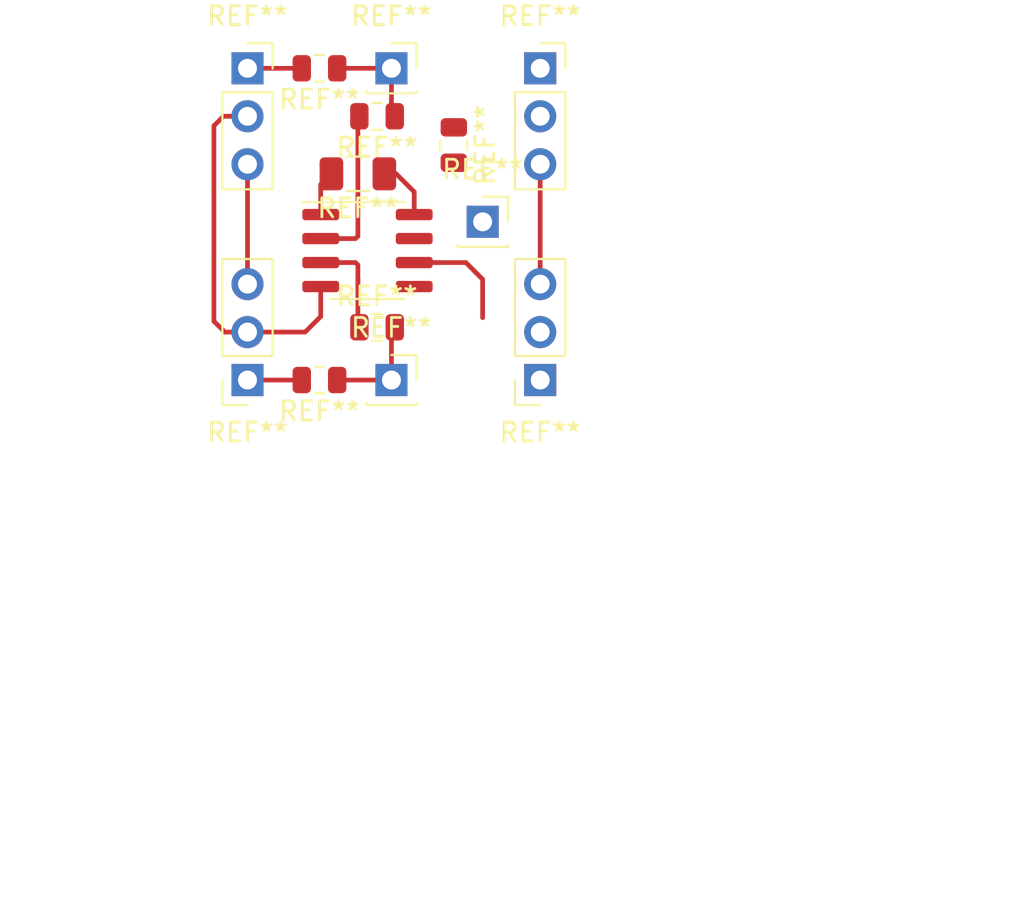
<source format=kicad_pcb>
(kicad_pcb (version 20171130) (host pcbnew 5.1.5+dfsg1-2build2)

  (general
    (thickness 1.6)
    (drawings 0)
    (tracks 43)
    (zones 0)
    (modules 15)
    (nets 1)
  )

  (page A4)
  (layers
    (0 F.Cu signal)
    (31 B.Cu signal)
    (33 F.Adhes user)
    (35 F.Paste user)
    (37 F.SilkS user)
    (38 B.Mask user)
    (39 F.Mask user)
    (40 Dwgs.User user)
    (41 Cmts.User user)
    (42 Eco1.User user)
    (43 Eco2.User user)
    (44 Edge.Cuts user)
    (45 Margin user)
    (46 B.CrtYd user)
    (47 F.CrtYd user)
    (49 F.Fab user)
  )

  (setup
    (last_trace_width 0.25)
    (trace_clearance 0.2)
    (zone_clearance 0.508)
    (zone_45_only no)
    (trace_min 0.2)
    (via_size 0.8)
    (via_drill 0.4)
    (via_min_size 0.4)
    (via_min_drill 0.3)
    (uvia_size 0.3)
    (uvia_drill 0.1)
    (uvias_allowed no)
    (uvia_min_size 0.2)
    (uvia_min_drill 0.1)
    (edge_width 0.1)
    (segment_width 0.2)
    (pcb_text_width 0.3)
    (pcb_text_size 1.5 1.5)
    (mod_edge_width 0.15)
    (mod_text_size 1 1)
    (mod_text_width 0.15)
    (pad_size 1.524 1.524)
    (pad_drill 0.762)
    (pad_to_mask_clearance 0)
    (aux_axis_origin 0 0)
    (visible_elements FFFFEF7F)
    (pcbplotparams
      (layerselection 0x010fc_ffffffff)
      (usegerberextensions false)
      (usegerberattributes false)
      (usegerberadvancedattributes false)
      (creategerberjobfile false)
      (excludeedgelayer true)
      (linewidth 0.100000)
      (plotframeref false)
      (viasonmask false)
      (mode 1)
      (useauxorigin false)
      (hpglpennumber 1)
      (hpglpenspeed 20)
      (hpglpendiameter 15.000000)
      (psnegative false)
      (psa4output false)
      (plotreference true)
      (plotvalue true)
      (plotinvisibletext false)
      (padsonsilk false)
      (subtractmaskfromsilk false)
      (outputformat 5)
      (mirror false)
      (drillshape 0)
      (scaleselection 1)
      (outputdirectory ""))
  )

  (net 0 "")

  (net_class Default "This is the default net class."
    (clearance 0.2)
    (trace_width 0.25)
    (via_dia 0.8)
    (via_drill 0.4)
    (uvia_dia 0.3)
    (uvia_drill 0.1)
  )

  (module Connector_PinSocket_2.54mm:PinSocket_1x01_P2.54mm_Vertical (layer F.Cu) (tedit 5A19A434) (tstamp 608D160E)
    (at 29.972 25.4)
    (descr "Through hole straight socket strip, 1x01, 2.54mm pitch, single row (from Kicad 4.0.7), script generated")
    (tags "Through hole socket strip THT 1x01 2.54mm single row")
    (fp_text reference REF** (at 0 -2.77) (layer F.SilkS)
      (effects (font (size 1 1) (thickness 0.15)))
    )
    (fp_text value PinSocket_1x01_P2.54mm_Vertical (at 0 2.77) (layer F.Fab)
      (effects (font (size 1 1) (thickness 0.15)))
    )
    (fp_text user %R (at 0 0) (layer F.Fab)
      (effects (font (size 1 1) (thickness 0.15)))
    )
    (fp_line (start -1.8 1.75) (end -1.8 -1.8) (layer F.CrtYd) (width 0.05))
    (fp_line (start 1.75 1.75) (end -1.8 1.75) (layer F.CrtYd) (width 0.05))
    (fp_line (start 1.75 -1.8) (end 1.75 1.75) (layer F.CrtYd) (width 0.05))
    (fp_line (start -1.8 -1.8) (end 1.75 -1.8) (layer F.CrtYd) (width 0.05))
    (fp_line (start 0 -1.33) (end 1.33 -1.33) (layer F.SilkS) (width 0.12))
    (fp_line (start 1.33 -1.33) (end 1.33 0) (layer F.SilkS) (width 0.12))
    (fp_line (start 1.33 1.21) (end 1.33 1.33) (layer F.SilkS) (width 0.12))
    (fp_line (start -1.33 1.21) (end -1.33 1.33) (layer F.SilkS) (width 0.12))
    (fp_line (start -1.33 1.33) (end 1.33 1.33) (layer F.SilkS) (width 0.12))
    (fp_line (start -1.27 1.27) (end -1.27 -1.27) (layer F.Fab) (width 0.1))
    (fp_line (start 1.27 1.27) (end -1.27 1.27) (layer F.Fab) (width 0.1))
    (fp_line (start 1.27 -0.635) (end 1.27 1.27) (layer F.Fab) (width 0.1))
    (fp_line (start 0.635 -1.27) (end 1.27 -0.635) (layer F.Fab) (width 0.1))
    (fp_line (start -1.27 -1.27) (end 0.635 -1.27) (layer F.Fab) (width 0.1))
    (pad 1 thru_hole rect (at 0 0) (size 1.7 1.7) (drill 1) (layers *.Cu *.Mask))
    (model ${KISYS3DMOD}/Connector_PinSocket_2.54mm.3dshapes/PinSocket_1x01_P2.54mm_Vertical.wrl
      (at (xyz 0 0 0))
      (scale (xyz 1 1 1))
      (rotate (xyz 0 0 0))
    )
  )

  (module Capacitor_SMD:C_0805_2012Metric (layer F.Cu) (tedit 5B36C52B) (tstamp 608D135D)
    (at 28.448 21.336 270)
    (descr "Capacitor SMD 0805 (2012 Metric), square (rectangular) end terminal, IPC_7351 nominal, (Body size source: https://docs.google.com/spreadsheets/d/1BsfQQcO9C6DZCsRaXUlFlo91Tg2WpOkGARC1WS5S8t0/edit?usp=sharing), generated with kicad-footprint-generator")
    (tags capacitor)
    (attr smd)
    (fp_text reference REF** (at 0 -1.65 90) (layer F.SilkS)
      (effects (font (size 1 1) (thickness 0.15)))
    )
    (fp_text value C_0805_2012Metric (at 0 1.65 90) (layer F.Fab)
      (effects (font (size 1 1) (thickness 0.15)))
    )
    (fp_text user %R (at 0 0 90) (layer F.Fab)
      (effects (font (size 0.5 0.5) (thickness 0.08)))
    )
    (fp_line (start 1.68 0.95) (end -1.68 0.95) (layer F.CrtYd) (width 0.05))
    (fp_line (start 1.68 -0.95) (end 1.68 0.95) (layer F.CrtYd) (width 0.05))
    (fp_line (start -1.68 -0.95) (end 1.68 -0.95) (layer F.CrtYd) (width 0.05))
    (fp_line (start -1.68 0.95) (end -1.68 -0.95) (layer F.CrtYd) (width 0.05))
    (fp_line (start -0.258578 0.71) (end 0.258578 0.71) (layer F.SilkS) (width 0.12))
    (fp_line (start -0.258578 -0.71) (end 0.258578 -0.71) (layer F.SilkS) (width 0.12))
    (fp_line (start 1 0.6) (end -1 0.6) (layer F.Fab) (width 0.1))
    (fp_line (start 1 -0.6) (end 1 0.6) (layer F.Fab) (width 0.1))
    (fp_line (start -1 -0.6) (end 1 -0.6) (layer F.Fab) (width 0.1))
    (fp_line (start -1 0.6) (end -1 -0.6) (layer F.Fab) (width 0.1))
    (pad 2 smd roundrect (at 0.9375 0 270) (size 0.975 1.4) (layers F.Cu F.Paste F.Mask) (roundrect_rratio 0.25))
    (pad 1 smd roundrect (at -0.9375 0 270) (size 0.975 1.4) (layers F.Cu F.Paste F.Mask) (roundrect_rratio 0.25))
    (model ${KISYS3DMOD}/Capacitor_SMD.3dshapes/C_0805_2012Metric.wrl
      (at (xyz 0 0 0))
      (scale (xyz 1 1 1))
      (rotate (xyz 0 0 0))
    )
  )

  (module Capacitor_SMD:C_0805_2012Metric (layer F.Cu) (tedit 5B36C52B) (tstamp 608CE086)
    (at 24.384 19.812 180)
    (descr "Capacitor SMD 0805 (2012 Metric), square (rectangular) end terminal, IPC_7351 nominal, (Body size source: https://docs.google.com/spreadsheets/d/1BsfQQcO9C6DZCsRaXUlFlo91Tg2WpOkGARC1WS5S8t0/edit?usp=sharing), generated with kicad-footprint-generator")
    (tags capacitor)
    (attr smd)
    (fp_text reference REF** (at 0 -1.65) (layer F.SilkS)
      (effects (font (size 1 1) (thickness 0.15)))
    )
    (fp_text value C_0805_2012Metric (at 0 1.65) (layer F.Fab)
      (effects (font (size 1 1) (thickness 0.15)))
    )
    (fp_line (start -1 0.6) (end -1 -0.6) (layer F.Fab) (width 0.1))
    (fp_line (start -1 -0.6) (end 1 -0.6) (layer F.Fab) (width 0.1))
    (fp_line (start 1 -0.6) (end 1 0.6) (layer F.Fab) (width 0.1))
    (fp_line (start 1 0.6) (end -1 0.6) (layer F.Fab) (width 0.1))
    (fp_line (start -0.258578 -0.71) (end 0.258578 -0.71) (layer F.SilkS) (width 0.12))
    (fp_line (start -0.258578 0.71) (end 0.258578 0.71) (layer F.SilkS) (width 0.12))
    (fp_line (start -1.68 0.95) (end -1.68 -0.95) (layer F.CrtYd) (width 0.05))
    (fp_line (start -1.68 -0.95) (end 1.68 -0.95) (layer F.CrtYd) (width 0.05))
    (fp_line (start 1.68 -0.95) (end 1.68 0.95) (layer F.CrtYd) (width 0.05))
    (fp_line (start 1.68 0.95) (end -1.68 0.95) (layer F.CrtYd) (width 0.05))
    (fp_text user %R (at 0 0) (layer F.Fab)
      (effects (font (size 0.5 0.5) (thickness 0.08)))
    )
    (pad 1 smd roundrect (at -0.9375 0 180) (size 0.975 1.4) (layers F.Cu F.Paste F.Mask) (roundrect_rratio 0.25))
    (pad 2 smd roundrect (at 0.9375 0 180) (size 0.975 1.4) (layers F.Cu F.Paste F.Mask) (roundrect_rratio 0.25))
    (model ${KISYS3DMOD}/Capacitor_SMD.3dshapes/C_0805_2012Metric.wrl
      (at (xyz 0 0 0))
      (scale (xyz 1 1 1))
      (rotate (xyz 0 0 0))
    )
  )

  (module Connector_PinSocket_2.54mm:PinSocket_1x01_P2.54mm_Vertical (layer F.Cu) (tedit 5A19A434) (tstamp 608C030C)
    (at 25.146 17.272)
    (descr "Through hole straight socket strip, 1x01, 2.54mm pitch, single row (from Kicad 4.0.7), script generated")
    (tags "Through hole socket strip THT 1x01 2.54mm single row")
    (fp_text reference REF** (at 0 -2.77) (layer F.SilkS)
      (effects (font (size 1 1) (thickness 0.15)))
    )
    (fp_text value PinSocket_1x01_P2.54mm_Vertical (at 0 2.77) (layer F.Fab)
      (effects (font (size 1 1) (thickness 0.15)))
    )
    (fp_text user %R (at 0 0) (layer F.Fab)
      (effects (font (size 1 1) (thickness 0.15)))
    )
    (fp_line (start -1.8 1.75) (end -1.8 -1.8) (layer F.CrtYd) (width 0.05))
    (fp_line (start 1.75 1.75) (end -1.8 1.75) (layer F.CrtYd) (width 0.05))
    (fp_line (start 1.75 -1.8) (end 1.75 1.75) (layer F.CrtYd) (width 0.05))
    (fp_line (start -1.8 -1.8) (end 1.75 -1.8) (layer F.CrtYd) (width 0.05))
    (fp_line (start 0 -1.33) (end 1.33 -1.33) (layer F.SilkS) (width 0.12))
    (fp_line (start 1.33 -1.33) (end 1.33 0) (layer F.SilkS) (width 0.12))
    (fp_line (start 1.33 1.21) (end 1.33 1.33) (layer F.SilkS) (width 0.12))
    (fp_line (start -1.33 1.21) (end -1.33 1.33) (layer F.SilkS) (width 0.12))
    (fp_line (start -1.33 1.33) (end 1.33 1.33) (layer F.SilkS) (width 0.12))
    (fp_line (start -1.27 1.27) (end -1.27 -1.27) (layer F.Fab) (width 0.1))
    (fp_line (start 1.27 1.27) (end -1.27 1.27) (layer F.Fab) (width 0.1))
    (fp_line (start 1.27 -0.635) (end 1.27 1.27) (layer F.Fab) (width 0.1))
    (fp_line (start 0.635 -1.27) (end 1.27 -0.635) (layer F.Fab) (width 0.1))
    (fp_line (start -1.27 -1.27) (end 0.635 -1.27) (layer F.Fab) (width 0.1))
    (pad 1 thru_hole rect (at 0 0) (size 1.7 1.7) (drill 1) (layers *.Cu *.Mask))
    (model ${KISYS3DMOD}/Connector_PinSocket_2.54mm.3dshapes/PinSocket_1x01_P2.54mm_Vertical.wrl
      (at (xyz 0 0 0))
      (scale (xyz 1 1 1))
      (rotate (xyz 0 0 0))
    )
  )

  (module Connector_PinSocket_2.54mm:PinSocket_1x01_P2.54mm_Vertical (layer F.Cu) (tedit 5A19A434) (tstamp 608C0386)
    (at 25.146 33.782)
    (descr "Through hole straight socket strip, 1x01, 2.54mm pitch, single row (from Kicad 4.0.7), script generated")
    (tags "Through hole socket strip THT 1x01 2.54mm single row")
    (fp_text reference REF** (at 0 -2.77) (layer F.SilkS)
      (effects (font (size 1 1) (thickness 0.15)))
    )
    (fp_text value PinSocket_1x01_P2.54mm_Vertical (at 0 2.77) (layer F.Fab)
      (effects (font (size 1 1) (thickness 0.15)))
    )
    (fp_line (start -1.27 -1.27) (end 0.635 -1.27) (layer F.Fab) (width 0.1))
    (fp_line (start 0.635 -1.27) (end 1.27 -0.635) (layer F.Fab) (width 0.1))
    (fp_line (start 1.27 -0.635) (end 1.27 1.27) (layer F.Fab) (width 0.1))
    (fp_line (start 1.27 1.27) (end -1.27 1.27) (layer F.Fab) (width 0.1))
    (fp_line (start -1.27 1.27) (end -1.27 -1.27) (layer F.Fab) (width 0.1))
    (fp_line (start -1.33 1.33) (end 1.33 1.33) (layer F.SilkS) (width 0.12))
    (fp_line (start -1.33 1.21) (end -1.33 1.33) (layer F.SilkS) (width 0.12))
    (fp_line (start 1.33 1.21) (end 1.33 1.33) (layer F.SilkS) (width 0.12))
    (fp_line (start 1.33 -1.33) (end 1.33 0) (layer F.SilkS) (width 0.12))
    (fp_line (start 0 -1.33) (end 1.33 -1.33) (layer F.SilkS) (width 0.12))
    (fp_line (start -1.8 -1.8) (end 1.75 -1.8) (layer F.CrtYd) (width 0.05))
    (fp_line (start 1.75 -1.8) (end 1.75 1.75) (layer F.CrtYd) (width 0.05))
    (fp_line (start 1.75 1.75) (end -1.8 1.75) (layer F.CrtYd) (width 0.05))
    (fp_line (start -1.8 1.75) (end -1.8 -1.8) (layer F.CrtYd) (width 0.05))
    (fp_text user %R (at 0 0) (layer F.Fab)
      (effects (font (size 1 1) (thickness 0.15)))
    )
    (pad 1 thru_hole rect (at 0 0) (size 1.7 1.7) (drill 1) (layers *.Cu *.Mask))
    (model ${KISYS3DMOD}/Connector_PinSocket_2.54mm.3dshapes/PinSocket_1x01_P2.54mm_Vertical.wrl
      (at (xyz 0 0 0))
      (scale (xyz 1 1 1))
      (rotate (xyz 0 0 0))
    )
  )

  (module Connector_PinSocket_2.54mm:PinSocket_1x03_P2.54mm_Vertical (layer F.Cu) (tedit 5A19A429) (tstamp 608CFA18)
    (at 17.526 17.272)
    (descr "Through hole straight socket strip, 1x03, 2.54mm pitch, single row (from Kicad 4.0.7), script generated")
    (tags "Through hole socket strip THT 1x03 2.54mm single row")
    (fp_text reference REF** (at 0 -2.77) (layer F.SilkS)
      (effects (font (size 1 1) (thickness 0.15)))
    )
    (fp_text value PinSocket_1x03_P2.54mm_Vertical (at 0 7.85) (layer F.Fab)
      (effects (font (size 1 1) (thickness 0.15)))
    )
    (fp_line (start -1.27 -1.27) (end 0.635 -1.27) (layer F.Fab) (width 0.1))
    (fp_line (start 0.635 -1.27) (end 1.27 -0.635) (layer F.Fab) (width 0.1))
    (fp_line (start 1.27 -0.635) (end 1.27 6.35) (layer F.Fab) (width 0.1))
    (fp_line (start 1.27 6.35) (end -1.27 6.35) (layer F.Fab) (width 0.1))
    (fp_line (start -1.27 6.35) (end -1.27 -1.27) (layer F.Fab) (width 0.1))
    (fp_line (start -1.33 1.27) (end 1.33 1.27) (layer F.SilkS) (width 0.12))
    (fp_line (start -1.33 1.27) (end -1.33 6.41) (layer F.SilkS) (width 0.12))
    (fp_line (start -1.33 6.41) (end 1.33 6.41) (layer F.SilkS) (width 0.12))
    (fp_line (start 1.33 1.27) (end 1.33 6.41) (layer F.SilkS) (width 0.12))
    (fp_line (start 1.33 -1.33) (end 1.33 0) (layer F.SilkS) (width 0.12))
    (fp_line (start 0 -1.33) (end 1.33 -1.33) (layer F.SilkS) (width 0.12))
    (fp_line (start -1.8 -1.8) (end 1.75 -1.8) (layer F.CrtYd) (width 0.05))
    (fp_line (start 1.75 -1.8) (end 1.75 6.85) (layer F.CrtYd) (width 0.05))
    (fp_line (start 1.75 6.85) (end -1.8 6.85) (layer F.CrtYd) (width 0.05))
    (fp_line (start -1.8 6.85) (end -1.8 -1.8) (layer F.CrtYd) (width 0.05))
    (fp_text user %R (at 0 2.54 90) (layer F.Fab)
      (effects (font (size 1 1) (thickness 0.15)))
    )
    (pad 1 thru_hole rect (at 0 0) (size 1.7 1.7) (drill 1) (layers *.Cu *.Mask))
    (pad 2 thru_hole oval (at 0 2.54) (size 1.7 1.7) (drill 1) (layers *.Cu *.Mask))
    (pad 3 thru_hole oval (at 0 5.08) (size 1.7 1.7) (drill 1) (layers *.Cu *.Mask))
    (model ${KISYS3DMOD}/Connector_PinSocket_2.54mm.3dshapes/PinSocket_1x03_P2.54mm_Vertical.wrl
      (at (xyz 0 0 0))
      (scale (xyz 1 1 1))
      (rotate (xyz 0 0 0))
    )
  )

  (module Connector_PinSocket_2.54mm:PinSocket_1x03_P2.54mm_Vertical (layer F.Cu) (tedit 5A19A429) (tstamp 608CFA18)
    (at 17.526 33.782 180)
    (descr "Through hole straight socket strip, 1x03, 2.54mm pitch, single row (from Kicad 4.0.7), script generated")
    (tags "Through hole socket strip THT 1x03 2.54mm single row")
    (fp_text reference REF** (at 0 -2.77) (layer F.SilkS)
      (effects (font (size 1 1) (thickness 0.15)))
    )
    (fp_text value PinSocket_1x03_P2.54mm_Vertical (at 0 7.85) (layer F.Fab)
      (effects (font (size 1 1) (thickness 0.15)))
    )
    (fp_line (start -1.27 -1.27) (end 0.635 -1.27) (layer F.Fab) (width 0.1))
    (fp_line (start 0.635 -1.27) (end 1.27 -0.635) (layer F.Fab) (width 0.1))
    (fp_line (start 1.27 -0.635) (end 1.27 6.35) (layer F.Fab) (width 0.1))
    (fp_line (start 1.27 6.35) (end -1.27 6.35) (layer F.Fab) (width 0.1))
    (fp_line (start -1.27 6.35) (end -1.27 -1.27) (layer F.Fab) (width 0.1))
    (fp_line (start -1.33 1.27) (end 1.33 1.27) (layer F.SilkS) (width 0.12))
    (fp_line (start -1.33 1.27) (end -1.33 6.41) (layer F.SilkS) (width 0.12))
    (fp_line (start -1.33 6.41) (end 1.33 6.41) (layer F.SilkS) (width 0.12))
    (fp_line (start 1.33 1.27) (end 1.33 6.41) (layer F.SilkS) (width 0.12))
    (fp_line (start 1.33 -1.33) (end 1.33 0) (layer F.SilkS) (width 0.12))
    (fp_line (start 0 -1.33) (end 1.33 -1.33) (layer F.SilkS) (width 0.12))
    (fp_line (start -1.8 -1.8) (end 1.75 -1.8) (layer F.CrtYd) (width 0.05))
    (fp_line (start 1.75 -1.8) (end 1.75 6.85) (layer F.CrtYd) (width 0.05))
    (fp_line (start 1.75 6.85) (end -1.8 6.85) (layer F.CrtYd) (width 0.05))
    (fp_line (start -1.8 6.85) (end -1.8 -1.8) (layer F.CrtYd) (width 0.05))
    (fp_text user %R (at 0 2.54 90) (layer F.Fab)
      (effects (font (size 1 1) (thickness 0.15)))
    )
    (pad 1 thru_hole rect (at 0 0 180) (size 1.7 1.7) (drill 1) (layers *.Cu *.Mask))
    (pad 2 thru_hole oval (at 0 2.54 180) (size 1.7 1.7) (drill 1) (layers *.Cu *.Mask))
    (pad 3 thru_hole oval (at 0 5.08 180) (size 1.7 1.7) (drill 1) (layers *.Cu *.Mask))
    (model ${KISYS3DMOD}/Connector_PinSocket_2.54mm.3dshapes/PinSocket_1x03_P2.54mm_Vertical.wrl
      (at (xyz 0 0 0))
      (scale (xyz 1 1 1))
      (rotate (xyz 0 0 0))
    )
  )

  (module Connector_PinSocket_2.54mm:PinSocket_1x03_P2.54mm_Vertical (layer F.Cu) (tedit 5A19A429) (tstamp 608CFA18)
    (at 33.02 33.782 180)
    (descr "Through hole straight socket strip, 1x03, 2.54mm pitch, single row (from Kicad 4.0.7), script generated")
    (tags "Through hole socket strip THT 1x03 2.54mm single row")
    (fp_text reference REF** (at 0 -2.77) (layer F.SilkS)
      (effects (font (size 1 1) (thickness 0.15)))
    )
    (fp_text value PinSocket_1x03_P2.54mm_Vertical (at 0 7.85) (layer F.Fab)
      (effects (font (size 1 1) (thickness 0.15)))
    )
    (fp_line (start -1.27 -1.27) (end 0.635 -1.27) (layer F.Fab) (width 0.1))
    (fp_line (start 0.635 -1.27) (end 1.27 -0.635) (layer F.Fab) (width 0.1))
    (fp_line (start 1.27 -0.635) (end 1.27 6.35) (layer F.Fab) (width 0.1))
    (fp_line (start 1.27 6.35) (end -1.27 6.35) (layer F.Fab) (width 0.1))
    (fp_line (start -1.27 6.35) (end -1.27 -1.27) (layer F.Fab) (width 0.1))
    (fp_line (start -1.33 1.27) (end 1.33 1.27) (layer F.SilkS) (width 0.12))
    (fp_line (start -1.33 1.27) (end -1.33 6.41) (layer F.SilkS) (width 0.12))
    (fp_line (start -1.33 6.41) (end 1.33 6.41) (layer F.SilkS) (width 0.12))
    (fp_line (start 1.33 1.27) (end 1.33 6.41) (layer F.SilkS) (width 0.12))
    (fp_line (start 1.33 -1.33) (end 1.33 0) (layer F.SilkS) (width 0.12))
    (fp_line (start 0 -1.33) (end 1.33 -1.33) (layer F.SilkS) (width 0.12))
    (fp_line (start -1.8 -1.8) (end 1.75 -1.8) (layer F.CrtYd) (width 0.05))
    (fp_line (start 1.75 -1.8) (end 1.75 6.85) (layer F.CrtYd) (width 0.05))
    (fp_line (start 1.75 6.85) (end -1.8 6.85) (layer F.CrtYd) (width 0.05))
    (fp_line (start -1.8 6.85) (end -1.8 -1.8) (layer F.CrtYd) (width 0.05))
    (fp_text user %R (at 0 2.54 90) (layer F.Fab)
      (effects (font (size 1 1) (thickness 0.15)))
    )
    (pad 1 thru_hole rect (at 0 0 180) (size 1.7 1.7) (drill 1) (layers *.Cu *.Mask))
    (pad 2 thru_hole oval (at 0 2.54 180) (size 1.7 1.7) (drill 1) (layers *.Cu *.Mask))
    (pad 3 thru_hole oval (at 0 5.08 180) (size 1.7 1.7) (drill 1) (layers *.Cu *.Mask))
    (model ${KISYS3DMOD}/Connector_PinSocket_2.54mm.3dshapes/PinSocket_1x03_P2.54mm_Vertical.wrl
      (at (xyz 0 0 0))
      (scale (xyz 1 1 1))
      (rotate (xyz 0 0 0))
    )
  )

  (module Connector_PinSocket_2.54mm:PinSocket_1x03_P2.54mm_Vertical (layer F.Cu) (tedit 5A19A429) (tstamp 608CF8F9)
    (at 33.02 17.272)
    (descr "Through hole straight socket strip, 1x03, 2.54mm pitch, single row (from Kicad 4.0.7), script generated")
    (tags "Through hole socket strip THT 1x03 2.54mm single row")
    (fp_text reference REF** (at 0 -2.77) (layer F.SilkS)
      (effects (font (size 1 1) (thickness 0.15)))
    )
    (fp_text value PinSocket_1x03_P2.54mm_Vertical (at 0 7.85) (layer F.Fab)
      (effects (font (size 1 1) (thickness 0.15)))
    )
    (fp_line (start -1.27 -1.27) (end 0.635 -1.27) (layer F.Fab) (width 0.1))
    (fp_line (start 0.635 -1.27) (end 1.27 -0.635) (layer F.Fab) (width 0.1))
    (fp_line (start 1.27 -0.635) (end 1.27 6.35) (layer F.Fab) (width 0.1))
    (fp_line (start 1.27 6.35) (end -1.27 6.35) (layer F.Fab) (width 0.1))
    (fp_line (start -1.27 6.35) (end -1.27 -1.27) (layer F.Fab) (width 0.1))
    (fp_line (start -1.33 1.27) (end 1.33 1.27) (layer F.SilkS) (width 0.12))
    (fp_line (start -1.33 1.27) (end -1.33 6.41) (layer F.SilkS) (width 0.12))
    (fp_line (start -1.33 6.41) (end 1.33 6.41) (layer F.SilkS) (width 0.12))
    (fp_line (start 1.33 1.27) (end 1.33 6.41) (layer F.SilkS) (width 0.12))
    (fp_line (start 1.33 -1.33) (end 1.33 0) (layer F.SilkS) (width 0.12))
    (fp_line (start 0 -1.33) (end 1.33 -1.33) (layer F.SilkS) (width 0.12))
    (fp_line (start -1.8 -1.8) (end 1.75 -1.8) (layer F.CrtYd) (width 0.05))
    (fp_line (start 1.75 -1.8) (end 1.75 6.85) (layer F.CrtYd) (width 0.05))
    (fp_line (start 1.75 6.85) (end -1.8 6.85) (layer F.CrtYd) (width 0.05))
    (fp_line (start -1.8 6.85) (end -1.8 -1.8) (layer F.CrtYd) (width 0.05))
    (fp_text user %R (at 0 2.54 90) (layer F.Fab)
      (effects (font (size 1 1) (thickness 0.15)))
    )
    (pad 1 thru_hole rect (at 0 0) (size 1.7 1.7) (drill 1) (layers *.Cu *.Mask))
    (pad 2 thru_hole oval (at 0 2.54) (size 1.7 1.7) (drill 1) (layers *.Cu *.Mask))
    (pad 3 thru_hole oval (at 0 5.08) (size 1.7 1.7) (drill 1) (layers *.Cu *.Mask))
    (model ${KISYS3DMOD}/Connector_PinSocket_2.54mm.3dshapes/PinSocket_1x03_P2.54mm_Vertical.wrl
      (at (xyz 0 0 0))
      (scale (xyz 1 1 1))
      (rotate (xyz 0 0 0))
    )
  )

  (module Resistor_SMD:R_1206_3216Metric (layer F.Cu) (tedit 5B301BBD) (tstamp 608CF24D)
    (at 23.368 22.86 180)
    (descr "Resistor SMD 1206 (3216 Metric), square (rectangular) end terminal, IPC_7351 nominal, (Body size source: http://www.tortai-tech.com/upload/download/2011102023233369053.pdf), generated with kicad-footprint-generator")
    (tags resistor)
    (attr smd)
    (fp_text reference REF** (at 0 -1.82) (layer F.SilkS)
      (effects (font (size 1 1) (thickness 0.15)))
    )
    (fp_text value R_1206_3216Metric (at 0 1.82) (layer F.Fab)
      (effects (font (size 1 1) (thickness 0.15)))
    )
    (fp_text user %R (at 0 0) (layer F.Fab)
      (effects (font (size 0.8 0.8) (thickness 0.12)))
    )
    (fp_line (start 2.28 1.12) (end -2.28 1.12) (layer F.CrtYd) (width 0.05))
    (fp_line (start 2.28 -1.12) (end 2.28 1.12) (layer F.CrtYd) (width 0.05))
    (fp_line (start -2.28 -1.12) (end 2.28 -1.12) (layer F.CrtYd) (width 0.05))
    (fp_line (start -2.28 1.12) (end -2.28 -1.12) (layer F.CrtYd) (width 0.05))
    (fp_line (start -0.602064 0.91) (end 0.602064 0.91) (layer F.SilkS) (width 0.12))
    (fp_line (start -0.602064 -0.91) (end 0.602064 -0.91) (layer F.SilkS) (width 0.12))
    (fp_line (start 1.6 0.8) (end -1.6 0.8) (layer F.Fab) (width 0.1))
    (fp_line (start 1.6 -0.8) (end 1.6 0.8) (layer F.Fab) (width 0.1))
    (fp_line (start -1.6 -0.8) (end 1.6 -0.8) (layer F.Fab) (width 0.1))
    (fp_line (start -1.6 0.8) (end -1.6 -0.8) (layer F.Fab) (width 0.1))
    (pad 2 smd roundrect (at 1.4 0 180) (size 1.25 1.75) (layers F.Cu F.Paste F.Mask) (roundrect_rratio 0.2))
    (pad 1 smd roundrect (at -1.4 0 180) (size 1.25 1.75) (layers F.Cu F.Paste F.Mask) (roundrect_rratio 0.2))
    (model ${KISYS3DMOD}/Resistor_SMD.3dshapes/R_1206_3216Metric.wrl
      (at (xyz 0 0 0))
      (scale (xyz 1 1 1))
      (rotate (xyz 0 0 0))
    )
  )

  (module Resistor_SMD:R_0805_2012Metric (layer F.Cu) (tedit 5B36C52B) (tstamp 608CEDE2)
    (at 21.336 17.272 180)
    (descr "Resistor SMD 0805 (2012 Metric), square (rectangular) end terminal, IPC_7351 nominal, (Body size source: https://docs.google.com/spreadsheets/d/1BsfQQcO9C6DZCsRaXUlFlo91Tg2WpOkGARC1WS5S8t0/edit?usp=sharing), generated with kicad-footprint-generator")
    (tags resistor)
    (attr smd)
    (fp_text reference REF** (at 0 -1.65) (layer F.SilkS)
      (effects (font (size 1 1) (thickness 0.15)))
    )
    (fp_text value R_0805_2012Metric (at 0 1.65) (layer F.Fab)
      (effects (font (size 1 1) (thickness 0.15)))
    )
    (fp_line (start -1 0.6) (end -1 -0.6) (layer F.Fab) (width 0.1))
    (fp_line (start -1 -0.6) (end 1 -0.6) (layer F.Fab) (width 0.1))
    (fp_line (start 1 -0.6) (end 1 0.6) (layer F.Fab) (width 0.1))
    (fp_line (start 1 0.6) (end -1 0.6) (layer F.Fab) (width 0.1))
    (fp_line (start -0.258578 -0.71) (end 0.258578 -0.71) (layer F.SilkS) (width 0.12))
    (fp_line (start -0.258578 0.71) (end 0.258578 0.71) (layer F.SilkS) (width 0.12))
    (fp_line (start -1.68 0.95) (end -1.68 -0.95) (layer F.CrtYd) (width 0.05))
    (fp_line (start -1.68 -0.95) (end 1.68 -0.95) (layer F.CrtYd) (width 0.05))
    (fp_line (start 1.68 -0.95) (end 1.68 0.95) (layer F.CrtYd) (width 0.05))
    (fp_line (start 1.68 0.95) (end -1.68 0.95) (layer F.CrtYd) (width 0.05))
    (fp_text user %R (at 0 0) (layer F.Fab)
      (effects (font (size 0.5 0.5) (thickness 0.08)))
    )
    (pad 1 smd roundrect (at -0.9375 0 180) (size 0.975 1.4) (layers F.Cu F.Paste F.Mask) (roundrect_rratio 0.25))
    (pad 2 smd roundrect (at 0.9375 0 180) (size 0.975 1.4) (layers F.Cu F.Paste F.Mask) (roundrect_rratio 0.25))
    (model ${KISYS3DMOD}/Resistor_SMD.3dshapes/R_0805_2012Metric.wrl
      (at (xyz 0 0 0))
      (scale (xyz 1 1 1))
      (rotate (xyz 0 0 0))
    )
  )

  (module Capacitor_SMD:C_0805_2012Metric (layer F.Cu) (tedit 5B36C52B) (tstamp 608CDFAB)
    (at 24.384 30.988)
    (descr "Capacitor SMD 0805 (2012 Metric), square (rectangular) end terminal, IPC_7351 nominal, (Body size source: https://docs.google.com/spreadsheets/d/1BsfQQcO9C6DZCsRaXUlFlo91Tg2WpOkGARC1WS5S8t0/edit?usp=sharing), generated with kicad-footprint-generator")
    (tags capacitor)
    (attr smd)
    (fp_text reference REF** (at 0 -1.65) (layer F.SilkS)
      (effects (font (size 1 1) (thickness 0.15)))
    )
    (fp_text value C_0805_2012Metric (at 0 1.65) (layer F.Fab)
      (effects (font (size 1 1) (thickness 0.15)))
    )
    (fp_text user %R (at 0 0) (layer F.Fab)
      (effects (font (size 0.5 0.5) (thickness 0.08)))
    )
    (fp_line (start 1.68 0.95) (end -1.68 0.95) (layer F.CrtYd) (width 0.05))
    (fp_line (start 1.68 -0.95) (end 1.68 0.95) (layer F.CrtYd) (width 0.05))
    (fp_line (start -1.68 -0.95) (end 1.68 -0.95) (layer F.CrtYd) (width 0.05))
    (fp_line (start -1.68 0.95) (end -1.68 -0.95) (layer F.CrtYd) (width 0.05))
    (fp_line (start -0.258578 0.71) (end 0.258578 0.71) (layer F.SilkS) (width 0.12))
    (fp_line (start -0.258578 -0.71) (end 0.258578 -0.71) (layer F.SilkS) (width 0.12))
    (fp_line (start 1 0.6) (end -1 0.6) (layer F.Fab) (width 0.1))
    (fp_line (start 1 -0.6) (end 1 0.6) (layer F.Fab) (width 0.1))
    (fp_line (start -1 -0.6) (end 1 -0.6) (layer F.Fab) (width 0.1))
    (fp_line (start -1 0.6) (end -1 -0.6) (layer F.Fab) (width 0.1))
    (pad 2 smd roundrect (at 0.9375 0) (size 0.975 1.4) (layers F.Cu F.Paste F.Mask) (roundrect_rratio 0.25))
    (pad 1 smd roundrect (at -0.9375 0) (size 0.975 1.4) (layers F.Cu F.Paste F.Mask) (roundrect_rratio 0.25))
    (model ${KISYS3DMOD}/Capacitor_SMD.3dshapes/C_0805_2012Metric.wrl
      (at (xyz 0 0 0))
      (scale (xyz 1 1 1))
      (rotate (xyz 0 0 0))
    )
  )

  (module Resistor_SMD:R_0805_2012Metric (layer F.Cu) (tedit 5B36C52B) (tstamp 608CDE7E)
    (at 21.336 33.782 180)
    (descr "Resistor SMD 0805 (2012 Metric), square (rectangular) end terminal, IPC_7351 nominal, (Body size source: https://docs.google.com/spreadsheets/d/1BsfQQcO9C6DZCsRaXUlFlo91Tg2WpOkGARC1WS5S8t0/edit?usp=sharing), generated with kicad-footprint-generator")
    (tags resistor)
    (attr smd)
    (fp_text reference REF** (at 0 -1.65) (layer F.SilkS)
      (effects (font (size 1 1) (thickness 0.15)))
    )
    (fp_text value R_0805_2012Metric (at 0 1.65) (layer F.Fab)
      (effects (font (size 1 1) (thickness 0.15)))
    )
    (fp_text user %R (at 0 0) (layer F.Fab)
      (effects (font (size 0.5 0.5) (thickness 0.08)))
    )
    (fp_line (start 1.68 0.95) (end -1.68 0.95) (layer F.CrtYd) (width 0.05))
    (fp_line (start 1.68 -0.95) (end 1.68 0.95) (layer F.CrtYd) (width 0.05))
    (fp_line (start -1.68 -0.95) (end 1.68 -0.95) (layer F.CrtYd) (width 0.05))
    (fp_line (start -1.68 0.95) (end -1.68 -0.95) (layer F.CrtYd) (width 0.05))
    (fp_line (start -0.258578 0.71) (end 0.258578 0.71) (layer F.SilkS) (width 0.12))
    (fp_line (start -0.258578 -0.71) (end 0.258578 -0.71) (layer F.SilkS) (width 0.12))
    (fp_line (start 1 0.6) (end -1 0.6) (layer F.Fab) (width 0.1))
    (fp_line (start 1 -0.6) (end 1 0.6) (layer F.Fab) (width 0.1))
    (fp_line (start -1 -0.6) (end 1 -0.6) (layer F.Fab) (width 0.1))
    (fp_line (start -1 0.6) (end -1 -0.6) (layer F.Fab) (width 0.1))
    (pad 2 smd roundrect (at 0.9375 0 180) (size 0.975 1.4) (layers F.Cu F.Paste F.Mask) (roundrect_rratio 0.25))
    (pad 1 smd roundrect (at -0.9375 0 180) (size 0.975 1.4) (layers F.Cu F.Paste F.Mask) (roundrect_rratio 0.25))
    (model ${KISYS3DMOD}/Resistor_SMD.3dshapes/R_0805_2012Metric.wrl
      (at (xyz 0 0 0))
      (scale (xyz 1 1 1))
      (rotate (xyz 0 0 0))
    )
  )

  (module Package_SO:SOIC-8_3.9x4.9mm_P1.27mm (layer F.Cu) (tedit 5D9F72B1) (tstamp 608BEAC0)
    (at 23.876 26.924)
    (descr "SOIC, 8 Pin (JEDEC MS-012AA, https://www.analog.com/media/en/package-pcb-resources/package/pkg_pdf/soic_narrow-r/r_8.pdf), generated with kicad-footprint-generator ipc_gullwing_generator.py")
    (tags "SOIC SO")
    (attr smd)
    (fp_text reference REF** (at 0 -3.4) (layer F.SilkS) hide
      (effects (font (size 1 1) (thickness 0.15)))
    )
    (fp_text value SOIC-8_3.9x4.9mm_P1.27mm (at 0 3.4) (layer F.Fab)
      (effects (font (size 1 1) (thickness 0.15)))
    )
    (fp_text user %R (at 0 0) (layer F.Fab)
      (effects (font (size 0.98 0.98) (thickness 0.15)))
    )
    (fp_line (start 3.7 -2.7) (end -3.7 -2.7) (layer F.CrtYd) (width 0.05))
    (fp_line (start 3.7 2.7) (end 3.7 -2.7) (layer F.CrtYd) (width 0.05))
    (fp_line (start -3.7 2.7) (end 3.7 2.7) (layer F.CrtYd) (width 0.05))
    (fp_line (start -3.7 -2.7) (end -3.7 2.7) (layer F.CrtYd) (width 0.05))
    (fp_line (start -1.95 -1.475) (end -0.975 -2.45) (layer F.Fab) (width 0.1))
    (fp_line (start -1.95 2.45) (end -1.95 -1.475) (layer F.Fab) (width 0.1))
    (fp_line (start 1.95 2.45) (end -1.95 2.45) (layer F.Fab) (width 0.1))
    (fp_line (start 1.95 -2.45) (end 1.95 2.45) (layer F.Fab) (width 0.1))
    (fp_line (start -0.975 -2.45) (end 1.95 -2.45) (layer F.Fab) (width 0.1))
    (fp_line (start 0 -2.56) (end -3.45 -2.56) (layer F.SilkS) (width 0.12))
    (fp_line (start 0 -2.56) (end 1.95 -2.56) (layer F.SilkS) (width 0.12))
    (fp_line (start 0 2.56) (end -1.95 2.56) (layer F.SilkS) (width 0.12))
    (fp_line (start 0 2.56) (end 1.95 2.56) (layer F.SilkS) (width 0.12))
    (pad 8 smd roundrect (at 2.475 -1.905) (size 1.95 0.6) (layers F.Cu F.Paste F.Mask) (roundrect_rratio 0.25))
    (pad 7 smd roundrect (at 2.475 -0.635) (size 1.95 0.6) (layers F.Cu F.Paste F.Mask) (roundrect_rratio 0.25))
    (pad 6 smd roundrect (at 2.475 0.635) (size 1.95 0.6) (layers F.Cu F.Paste F.Mask) (roundrect_rratio 0.25))
    (pad 5 smd roundrect (at 2.475 1.905) (size 1.95 0.6) (layers F.Cu F.Paste F.Mask) (roundrect_rratio 0.25))
    (pad 4 smd roundrect (at -2.475 1.905) (size 1.95 0.6) (layers F.Cu F.Paste F.Mask) (roundrect_rratio 0.25))
    (pad 3 smd roundrect (at -2.475 0.635) (size 1.95 0.6) (layers F.Cu F.Paste F.Mask) (roundrect_rratio 0.25))
    (pad 2 smd roundrect (at -2.475 -0.635) (size 1.95 0.6) (layers F.Cu F.Paste F.Mask) (roundrect_rratio 0.25))
    (pad 1 smd roundrect (at -2.475 -1.905) (size 1.95 0.6) (layers F.Cu F.Paste F.Mask) (roundrect_rratio 0.25))
    (model ${KISYS3DMOD}/Package_SO.3dshapes/SOIC-8_3.9x4.9mm_P1.27mm.wrl
      (at (xyz 0 0 0))
      (scale (xyz 1 1 1))
      (rotate (xyz 0 0 0))
    )
  )

  (module "" (layer F.Cu) (tedit 0) (tstamp 0)
    (at 33.02 36.83)
    (fp_text reference "" (at 25.4 25.4) (layer F.SilkS)
      (effects (font (size 1.27 1.27) (thickness 0.15)))
    )
    (fp_text value "" (at 25.4 25.4) (layer F.SilkS)
      (effects (font (size 1.27 1.27) (thickness 0.15)))
    )
    (fp_text user %R (at 25.4 25.4) (layer F.Fab)
      (effects (font (size 0.4 0.4) (thickness 0.06)))
    )
  )

  (segment (start 33.02 22.352) (end 33.02 28.702) (width 0.25) (layer F.Cu) (net 0))
  (segment (start 20.066 33.782) (end 17.526 33.782) (width 0.25) (layer F.Cu) (net 0))
  (segment (start 17.526 22.352) (end 17.526 28.702) (width 0.25) (layer F.Cu) (net 0))
  (segment (start 22.761 33.782) (end 25.146 33.782) (width 0.25) (layer F.Cu) (net 0))
  (segment (start 22.2735 33.782) (end 22.761 33.782) (width 0.25) (layer F.Cu) (net 0))
  (segment (start 22.2735 17.272) (end 22.352 17.272) (width 0.25) (layer F.Cu) (net 0))
  (segment (start 22.352 17.272) (end 25.146 17.272) (width 0.25) (layer F.Cu) (net 0))
  (segment (start 20.3985 17.272) (end 17.526 17.272) (width 0.25) (layer F.Cu) (net 0))
  (segment (start 16.323919 31.242) (end 17.526 31.242) (width 0.25) (layer F.Cu) (net 0))
  (segment (start 15.748 30.666081) (end 16.323919 31.242) (width 0.25) (layer F.Cu) (net 0))
  (segment (start 16.256 19.812) (end 15.748 20.32) (width 0.25) (layer F.Cu) (net 0))
  (segment (start 15.748 20.32) (end 15.748 30.666081) (width 0.25) (layer F.Cu) (net 0))
  (segment (start 17.526 19.812) (end 16.256 19.812) (width 0.25) (layer F.Cu) (net 0))
  (segment (start 25.4 33.528) (end 25.146 33.782) (width 0.25) (layer F.Cu) (net 0))
  (segment (start 25.146 17.272) (end 25.146 17.526) (width 0.25) (layer F.Cu) (net 0))
  (segment (start 21.401 27.559) (end 22.479 27.559) (width 0.25) (layer F.Cu) (net 0))
  (segment (start 22.479 27.559) (end 22.987 27.559) (width 0.25) (layer F.Cu) (net 0))
  (segment (start 25.146 19.6365) (end 25.3215 19.812) (width 0.25) (layer F.Cu) (net 0))
  (segment (start 25.146 17.272) (end 25.146 19.6365) (width 0.25) (layer F.Cu) (net 0))
  (segment (start 23.368 19.812) (end 23.4465 19.812) (width 0.25) (layer F.Cu) (net 0))
  (segment (start 23.241 26.289) (end 23.368 26.162) (width 0.25) (layer F.Cu) (net 0))
  (segment (start 23.368 26.162) (end 23.368 19.812) (width 0.25) (layer F.Cu) (net 0))
  (segment (start 21.401 26.289) (end 23.241 26.289) (width 0.25) (layer F.Cu) (net 0))
  (segment (start 22.987 27.559) (end 23.241 27.559) (width 0.25) (layer F.Cu) (net 0))
  (segment (start 23.241 27.559) (end 23.368 27.686) (width 0.25) (layer F.Cu) (net 0))
  (segment (start 25.146 31.1635) (end 25.3215 30.988) (width 0.25) (layer F.Cu) (net 0))
  (segment (start 25.146 33.782) (end 25.146 31.1635) (width 0.25) (layer F.Cu) (net 0))
  (segment (start 23.4465 30.988) (end 23.368 30.988) (width 0.25) (layer F.Cu) (net 0))
  (segment (start 23.368 30.988) (end 23.368 28.448) (width 0.25) (layer F.Cu) (net 0))
  (segment (start 23.368 28.448) (end 23.368 28.956) (width 0.25) (layer F.Cu) (net 0))
  (segment (start 23.368 27.686) (end 23.368 28.448) (width 0.25) (layer F.Cu) (net 0))
  (segment (start 21.401 28.829) (end 21.401 30.415) (width 0.25) (layer F.Cu) (net 0))
  (segment (start 20.574 31.242) (end 17.526 31.242) (width 0.25) (layer F.Cu) (net 0))
  (segment (start 21.401 30.415) (end 20.574 31.242) (width 0.25) (layer F.Cu) (net 0))
  (segment (start 21.401 23.427) (end 21.968 22.86) (width 0.25) (layer F.Cu) (net 0))
  (segment (start 21.401 25.019) (end 21.401 23.427) (width 0.25) (layer F.Cu) (net 0))
  (segment (start 25.393 22.86) (end 24.768 22.86) (width 0.25) (layer F.Cu) (net 0))
  (segment (start 26.351 23.818) (end 25.393 22.86) (width 0.25) (layer F.Cu) (net 0))
  (segment (start 26.351 25.019) (end 26.351 23.818) (width 0.25) (layer F.Cu) (net 0))
  (segment (start 17.526 33.782) (end 17.272 34.036) (width 0.25) (layer F.Cu) (net 0))
  (segment (start 26.351 27.559) (end 29.083 27.559) (width 0.25) (layer F.Cu) (net 0))
  (segment (start 29.972 28.448) (end 29.972 30.48) (width 0.25) (layer F.Cu) (net 0))
  (segment (start 29.083 27.559) (end 29.972 28.448) (width 0.25) (layer F.Cu) (net 0))

)

</source>
